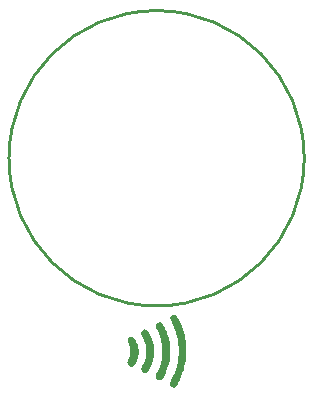
<source format=gto>
G04 Layer: TopSilkscreenLayer*
G04 EasyEDA v6.4.31, 2022-02-22 10:28:06*
G04 68b294cc582b444795071b69e7d4900e,bc126c73947d4e58bf32f0bec63d0957,10*
G04 Gerber Generator version 0.2*
G04 Scale: 100 percent, Rotated: No, Reflected: No *
G04 Dimensions in millimeters *
G04 leading zeros omitted , absolute positions ,4 integer and 5 decimal *
%FSLAX45Y45*%
%MOMM*%

%ADD10C,0.2540*%

%LPD*%
G36*
X2148128Y676351D02*
G01*
X2143506Y676097D01*
X2138680Y675030D01*
X2133600Y673100D01*
X2129332Y670712D01*
X2125522Y667562D01*
X2122170Y663803D01*
X2119376Y659587D01*
X2117293Y655167D01*
X2115972Y650595D01*
X2115566Y646074D01*
X2116074Y641807D01*
X2118106Y636016D01*
X2127656Y613359D01*
X2140153Y585673D01*
X2145842Y572414D01*
X2151126Y559409D01*
X2156002Y546608D01*
X2160473Y534009D01*
X2164537Y521614D01*
X2168296Y509270D01*
X2171598Y496976D01*
X2174595Y484784D01*
X2177237Y472541D01*
X2179523Y460248D01*
X2181504Y447852D01*
X2183130Y435356D01*
X2184450Y422706D01*
X2185517Y409803D01*
X2186228Y396697D01*
X2186635Y383336D01*
X2186787Y362305D01*
X2186533Y348030D01*
X2185974Y334111D01*
X2185111Y320548D01*
X2183892Y307238D01*
X2182418Y294182D01*
X2180590Y281381D01*
X2178405Y268732D01*
X2175916Y256286D01*
X2173071Y243941D01*
X2169820Y231698D01*
X2166264Y219557D01*
X2162302Y207416D01*
X2157984Y195275D01*
X2153259Y183083D01*
X2148179Y170891D01*
X2142642Y158546D01*
X2123694Y119329D01*
X2120087Y110998D01*
X2117293Y103733D01*
X2115312Y97434D01*
X2114194Y91897D01*
X2113838Y87071D01*
X2114245Y82753D01*
X2115362Y78892D01*
X2117242Y75234D01*
X2119833Y71678D01*
X2123135Y68122D01*
X2127504Y64363D01*
X2132126Y61569D01*
X2137003Y59740D01*
X2141982Y58826D01*
X2147062Y58826D01*
X2152142Y59842D01*
X2157171Y61823D01*
X2161997Y64719D01*
X2165604Y68122D01*
X2169718Y73558D01*
X2174392Y80721D01*
X2179421Y89458D01*
X2184806Y99618D01*
X2190394Y110947D01*
X2196084Y123240D01*
X2201824Y136296D01*
X2207514Y149910D01*
X2218334Y178104D01*
X2227834Y206146D01*
X2231847Y219608D01*
X2235403Y232562D01*
X2241245Y256794D01*
X2243582Y268478D01*
X2245614Y280009D01*
X2247290Y291642D01*
X2248611Y303479D01*
X2249678Y315722D01*
X2250998Y341985D01*
X2251405Y371703D01*
X2250897Y398018D01*
X2250338Y410819D01*
X2248408Y435762D01*
X2246325Y453948D01*
X2243632Y471830D01*
X2241499Y483616D01*
X2239111Y495300D01*
X2236419Y506882D01*
X2233472Y518414D01*
X2230272Y529894D01*
X2222906Y552907D01*
X2214321Y575970D01*
X2204516Y599287D01*
X2199132Y611124D01*
X2187346Y635152D01*
X2182672Y643940D01*
X2178151Y651611D01*
X2173782Y658215D01*
X2169515Y663702D01*
X2165299Y668223D01*
X2161133Y671677D01*
X2156866Y674166D01*
X2152548Y675690D01*
G37*
G36*
X2023516Y611174D02*
G01*
X2017115Y610717D01*
X2011832Y609092D01*
X2006752Y605840D01*
X2000961Y600557D01*
X1998014Y597458D01*
X1995627Y594563D01*
X1993798Y591718D01*
X1992630Y588721D01*
X1992122Y585470D01*
X1992223Y581812D01*
X1992985Y577545D01*
X1994458Y572516D01*
X1996643Y566623D01*
X2003145Y551484D01*
X2010816Y534873D01*
X2016810Y521208D01*
X2022246Y508050D01*
X2027123Y495249D01*
X2031441Y482854D01*
X2035200Y470662D01*
X2038502Y458622D01*
X2041296Y446633D01*
X2043633Y434644D01*
X2045512Y422503D01*
X2046986Y410209D01*
X2048052Y397560D01*
X2048713Y384606D01*
X2049018Y371144D01*
X2049018Y357835D01*
X2048611Y345236D01*
X2047798Y332740D01*
X2046579Y320446D01*
X2045004Y308203D01*
X2043023Y296062D01*
X2040585Y283972D01*
X2037791Y271983D01*
X2034539Y259994D01*
X2030933Y248005D01*
X2026818Y236067D01*
X2022348Y224078D01*
X2017420Y212090D01*
X2012035Y200050D01*
X1998421Y170992D01*
X1995220Y163271D01*
X1993290Y157276D01*
X1992426Y152552D01*
X1992579Y148488D01*
X1993544Y144526D01*
X1995220Y140208D01*
X1997506Y135890D01*
X2000402Y131978D01*
X2003958Y128524D01*
X2007971Y125679D01*
X2012492Y123342D01*
X2017369Y121615D01*
X2022602Y120599D01*
X2028088Y120192D01*
X2031187Y120446D01*
X2034286Y121208D01*
X2037384Y122478D01*
X2040534Y124256D01*
X2043684Y126542D01*
X2046833Y129336D01*
X2050034Y132689D01*
X2053234Y136550D01*
X2059686Y145897D01*
X2062937Y151333D01*
X2069592Y163931D01*
X2076399Y178714D01*
X2083358Y195732D01*
X2090470Y214985D01*
X2100376Y244500D01*
X2103831Y255828D01*
X2106726Y266395D01*
X2109165Y276555D01*
X2111095Y286512D01*
X2112670Y296519D01*
X2113838Y306933D01*
X2114702Y317957D01*
X2115312Y329946D01*
X2115820Y357733D01*
X2115769Y392023D01*
X2115007Y416661D01*
X2114194Y426262D01*
X2113026Y435152D01*
X2111400Y444042D01*
X2106066Y467055D01*
X2101799Y482752D01*
X2097024Y498398D01*
X2091791Y513740D01*
X2086305Y528624D01*
X2080514Y542848D01*
X2074621Y556209D01*
X2068626Y568452D01*
X2062683Y579424D01*
X2056841Y588924D01*
X2051253Y596747D01*
X2045919Y602742D01*
X2043379Y604926D01*
X2039213Y607568D01*
X2034387Y609549D01*
X2029104Y610768D01*
G37*
G36*
X1901037Y550976D02*
G01*
X1896821Y550519D01*
X1892503Y549351D01*
X1888083Y547522D01*
X1883511Y544982D01*
X1877060Y539597D01*
X1872589Y532739D01*
X1870252Y524814D01*
X1870303Y516382D01*
X1871675Y512013D01*
X1874824Y504443D01*
X1879244Y494792D01*
X1887474Y477926D01*
X1892909Y466293D01*
X1897481Y455371D01*
X1901291Y444855D01*
X1904339Y434492D01*
X1906727Y424078D01*
X1908556Y413258D01*
X1909825Y401828D01*
X1910588Y389483D01*
X1910943Y375970D01*
X1910943Y361137D01*
X1910638Y347218D01*
X1909927Y334721D01*
X1908759Y323291D01*
X1907032Y312521D01*
X1904644Y302056D01*
X1901545Y291541D01*
X1897634Y280619D01*
X1892858Y268935D01*
X1887067Y256032D01*
X1867001Y213766D01*
X1872589Y202387D01*
X1875840Y196900D01*
X1879752Y192176D01*
X1884273Y188264D01*
X1889252Y185267D01*
X1894535Y183184D01*
X1899970Y182168D01*
X1905457Y182168D01*
X1910892Y183337D01*
X1915617Y185064D01*
X1919630Y187147D01*
X1923237Y189941D01*
X1926742Y193802D01*
X1930400Y199085D01*
X1934565Y206146D01*
X1945335Y227126D01*
X1951431Y239775D01*
X1956511Y250901D01*
X1960778Y261112D01*
X1964283Y270814D01*
X1967230Y280517D01*
X1969820Y290626D01*
X1972157Y301701D01*
X1974443Y314147D01*
X1976424Y327406D01*
X1977847Y340715D01*
X1978660Y354025D01*
X1978914Y367334D01*
X1978609Y380593D01*
X1977694Y393801D01*
X1976221Y406958D01*
X1974189Y420014D01*
X1971598Y432968D01*
X1968449Y445770D01*
X1964740Y458470D01*
X1960473Y470966D01*
X1955647Y483260D01*
X1950262Y495401D01*
X1945741Y504698D01*
X1941372Y513080D01*
X1937156Y520598D01*
X1932990Y527202D01*
X1928926Y532993D01*
X1924964Y537972D01*
X1921002Y542086D01*
X1917039Y545388D01*
X1913128Y547928D01*
X1909114Y549706D01*
X1905101Y550722D01*
G37*
G36*
X1786788Y490931D02*
G01*
X1781352Y490626D01*
X1775968Y489204D01*
X1770684Y486664D01*
X1765655Y483057D01*
X1760728Y478434D01*
X1757172Y473862D01*
X1755089Y468985D01*
X1754378Y463600D01*
X1755089Y457352D01*
X1757222Y450037D01*
X1760728Y441350D01*
X1765655Y431038D01*
X1778762Y404825D01*
X1778762Y326542D01*
X1760982Y291744D01*
X1756918Y282803D01*
X1754124Y275894D01*
X1753158Y272084D01*
X1753565Y268173D01*
X1754835Y263906D01*
X1756816Y259435D01*
X1759356Y254965D01*
X1762353Y250647D01*
X1765706Y246684D01*
X1769313Y243230D01*
X1773021Y240487D01*
X1778050Y237845D01*
X1782876Y236270D01*
X1787652Y235762D01*
X1792325Y236372D01*
X1796999Y238048D01*
X1801774Y240842D01*
X1806600Y244754D01*
X1811578Y249783D01*
X1815236Y254101D01*
X1822043Y263601D01*
X1825193Y268833D01*
X1828139Y274269D01*
X1833575Y285902D01*
X1838198Y298348D01*
X1842058Y311404D01*
X1845106Y324967D01*
X1846325Y331825D01*
X1848053Y345744D01*
X1848866Y359714D01*
X1848713Y373583D01*
X1848256Y380441D01*
X1847545Y387197D01*
X1846580Y393801D01*
X1845360Y400354D01*
X1842668Y410870D01*
X1838858Y422351D01*
X1834235Y434187D01*
X1829054Y445922D01*
X1823466Y457047D01*
X1817776Y467004D01*
X1812239Y475335D01*
X1809597Y478688D01*
X1807057Y481482D01*
X1802384Y485444D01*
X1797354Y488391D01*
X1792122Y490220D01*
G37*
D10*
G75*
G01
X3250006Y1999996D02*
G03X3250006Y1999996I-1250010J0D01*
M02*

</source>
